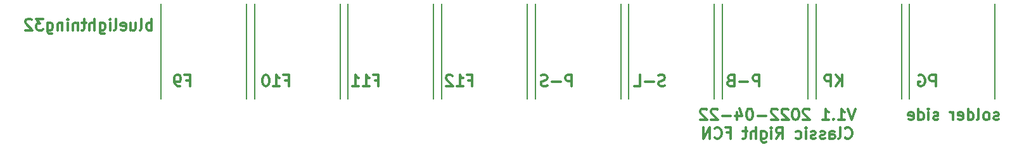
<source format=gbo>
%TF.GenerationSoftware,KiCad,Pcbnew,5.1.12-1.fc35*%
%TF.CreationDate,2022-04-23T06:03:32-07:00*%
%TF.ProjectId,right,72696768-742e-46b6-9963-61645f706362,v1.1*%
%TF.SameCoordinates,Original*%
%TF.FileFunction,Legend,Bot*%
%TF.FilePolarity,Positive*%
%FSLAX46Y46*%
G04 Gerber Fmt 4.6, Leading zero omitted, Abs format (unit mm)*
G04 Created by KiCad (PCBNEW 5.1.12-1.fc35) date 2022-04-23 06:03:32*
%MOMM*%
%LPD*%
G01*
G04 APERTURE LIST*
%ADD10C,0.300000*%
%ADD11C,0.150000*%
G04 APERTURE END LIST*
D10*
X103892857Y-93178571D02*
X103892857Y-91678571D01*
X103892857Y-92250000D02*
X103750000Y-92178571D01*
X103464285Y-92178571D01*
X103321428Y-92250000D01*
X103250000Y-92321428D01*
X103178571Y-92464285D01*
X103178571Y-92892857D01*
X103250000Y-93035714D01*
X103321428Y-93107142D01*
X103464285Y-93178571D01*
X103750000Y-93178571D01*
X103892857Y-93107142D01*
X102321428Y-93178571D02*
X102464285Y-93107142D01*
X102535714Y-92964285D01*
X102535714Y-91678571D01*
X101107142Y-92178571D02*
X101107142Y-93178571D01*
X101750000Y-92178571D02*
X101750000Y-92964285D01*
X101678571Y-93107142D01*
X101535714Y-93178571D01*
X101321428Y-93178571D01*
X101178571Y-93107142D01*
X101107142Y-93035714D01*
X99821428Y-93107142D02*
X99964285Y-93178571D01*
X100250000Y-93178571D01*
X100392857Y-93107142D01*
X100464285Y-92964285D01*
X100464285Y-92392857D01*
X100392857Y-92250000D01*
X100250000Y-92178571D01*
X99964285Y-92178571D01*
X99821428Y-92250000D01*
X99750000Y-92392857D01*
X99750000Y-92535714D01*
X100464285Y-92678571D01*
X98892857Y-93178571D02*
X99035714Y-93107142D01*
X99107142Y-92964285D01*
X99107142Y-91678571D01*
X98321428Y-93178571D02*
X98321428Y-92178571D01*
X98321428Y-91678571D02*
X98392857Y-91750000D01*
X98321428Y-91821428D01*
X98250000Y-91750000D01*
X98321428Y-91678571D01*
X98321428Y-91821428D01*
X96964285Y-92178571D02*
X96964285Y-93392857D01*
X97035714Y-93535714D01*
X97107142Y-93607142D01*
X97250000Y-93678571D01*
X97464285Y-93678571D01*
X97607142Y-93607142D01*
X96964285Y-93107142D02*
X97107142Y-93178571D01*
X97392857Y-93178571D01*
X97535714Y-93107142D01*
X97607142Y-93035714D01*
X97678571Y-92892857D01*
X97678571Y-92464285D01*
X97607142Y-92321428D01*
X97535714Y-92250000D01*
X97392857Y-92178571D01*
X97107142Y-92178571D01*
X96964285Y-92250000D01*
X96250000Y-93178571D02*
X96250000Y-91678571D01*
X95607142Y-93178571D02*
X95607142Y-92392857D01*
X95678571Y-92250000D01*
X95821428Y-92178571D01*
X96035714Y-92178571D01*
X96178571Y-92250000D01*
X96250000Y-92321428D01*
X95107142Y-92178571D02*
X94535714Y-92178571D01*
X94892857Y-91678571D02*
X94892857Y-92964285D01*
X94821428Y-93107142D01*
X94678571Y-93178571D01*
X94535714Y-93178571D01*
X94035714Y-92178571D02*
X94035714Y-93178571D01*
X94035714Y-92321428D02*
X93964285Y-92250000D01*
X93821428Y-92178571D01*
X93607142Y-92178571D01*
X93464285Y-92250000D01*
X93392857Y-92392857D01*
X93392857Y-93178571D01*
X92678571Y-93178571D02*
X92678571Y-92178571D01*
X92678571Y-91678571D02*
X92750000Y-91750000D01*
X92678571Y-91821428D01*
X92607142Y-91750000D01*
X92678571Y-91678571D01*
X92678571Y-91821428D01*
X91964285Y-92178571D02*
X91964285Y-93178571D01*
X91964285Y-92321428D02*
X91892857Y-92250000D01*
X91750000Y-92178571D01*
X91535714Y-92178571D01*
X91392857Y-92250000D01*
X91321428Y-92392857D01*
X91321428Y-93178571D01*
X89964285Y-92178571D02*
X89964285Y-93392857D01*
X90035714Y-93535714D01*
X90107142Y-93607142D01*
X90250000Y-93678571D01*
X90464285Y-93678571D01*
X90607142Y-93607142D01*
X89964285Y-93107142D02*
X90107142Y-93178571D01*
X90392857Y-93178571D01*
X90535714Y-93107142D01*
X90607142Y-93035714D01*
X90678571Y-92892857D01*
X90678571Y-92464285D01*
X90607142Y-92321428D01*
X90535714Y-92250000D01*
X90392857Y-92178571D01*
X90107142Y-92178571D01*
X89964285Y-92250000D01*
X89392857Y-91678571D02*
X88464285Y-91678571D01*
X88964285Y-92250000D01*
X88750000Y-92250000D01*
X88607142Y-92321428D01*
X88535714Y-92392857D01*
X88464285Y-92535714D01*
X88464285Y-92892857D01*
X88535714Y-93035714D01*
X88607142Y-93107142D01*
X88750000Y-93178571D01*
X89178571Y-93178571D01*
X89321428Y-93107142D01*
X89392857Y-93035714D01*
X87892857Y-91821428D02*
X87821428Y-91750000D01*
X87678571Y-91678571D01*
X87321428Y-91678571D01*
X87178571Y-91750000D01*
X87107142Y-91821428D01*
X87035714Y-91964285D01*
X87035714Y-92107142D01*
X87107142Y-92321428D01*
X87964285Y-93178571D01*
X87035714Y-93178571D01*
X197928571Y-103678571D02*
X197428571Y-105178571D01*
X196928571Y-103678571D01*
X195642857Y-105178571D02*
X196500000Y-105178571D01*
X196071428Y-105178571D02*
X196071428Y-103678571D01*
X196214285Y-103892857D01*
X196357142Y-104035714D01*
X196500000Y-104107142D01*
X195000000Y-105035714D02*
X194928571Y-105107142D01*
X195000000Y-105178571D01*
X195071428Y-105107142D01*
X195000000Y-105035714D01*
X195000000Y-105178571D01*
X193500000Y-105178571D02*
X194357142Y-105178571D01*
X193928571Y-105178571D02*
X193928571Y-103678571D01*
X194071428Y-103892857D01*
X194214285Y-104035714D01*
X194357142Y-104107142D01*
X191785714Y-103821428D02*
X191714285Y-103750000D01*
X191571428Y-103678571D01*
X191214285Y-103678571D01*
X191071428Y-103750000D01*
X191000000Y-103821428D01*
X190928571Y-103964285D01*
X190928571Y-104107142D01*
X191000000Y-104321428D01*
X191857142Y-105178571D01*
X190928571Y-105178571D01*
X190000000Y-103678571D02*
X189857142Y-103678571D01*
X189714285Y-103750000D01*
X189642857Y-103821428D01*
X189571428Y-103964285D01*
X189500000Y-104250000D01*
X189500000Y-104607142D01*
X189571428Y-104892857D01*
X189642857Y-105035714D01*
X189714285Y-105107142D01*
X189857142Y-105178571D01*
X190000000Y-105178571D01*
X190142857Y-105107142D01*
X190214285Y-105035714D01*
X190285714Y-104892857D01*
X190357142Y-104607142D01*
X190357142Y-104250000D01*
X190285714Y-103964285D01*
X190214285Y-103821428D01*
X190142857Y-103750000D01*
X190000000Y-103678571D01*
X188928571Y-103821428D02*
X188857142Y-103750000D01*
X188714285Y-103678571D01*
X188357142Y-103678571D01*
X188214285Y-103750000D01*
X188142857Y-103821428D01*
X188071428Y-103964285D01*
X188071428Y-104107142D01*
X188142857Y-104321428D01*
X189000000Y-105178571D01*
X188071428Y-105178571D01*
X187500000Y-103821428D02*
X187428571Y-103750000D01*
X187285714Y-103678571D01*
X186928571Y-103678571D01*
X186785714Y-103750000D01*
X186714285Y-103821428D01*
X186642857Y-103964285D01*
X186642857Y-104107142D01*
X186714285Y-104321428D01*
X187571428Y-105178571D01*
X186642857Y-105178571D01*
X186000000Y-104607142D02*
X184857142Y-104607142D01*
X183857142Y-103678571D02*
X183714285Y-103678571D01*
X183571428Y-103750000D01*
X183500000Y-103821428D01*
X183428571Y-103964285D01*
X183357142Y-104250000D01*
X183357142Y-104607142D01*
X183428571Y-104892857D01*
X183500000Y-105035714D01*
X183571428Y-105107142D01*
X183714285Y-105178571D01*
X183857142Y-105178571D01*
X184000000Y-105107142D01*
X184071428Y-105035714D01*
X184142857Y-104892857D01*
X184214285Y-104607142D01*
X184214285Y-104250000D01*
X184142857Y-103964285D01*
X184071428Y-103821428D01*
X184000000Y-103750000D01*
X183857142Y-103678571D01*
X182071428Y-104178571D02*
X182071428Y-105178571D01*
X182428571Y-103607142D02*
X182785714Y-104678571D01*
X181857142Y-104678571D01*
X181285714Y-104607142D02*
X180142857Y-104607142D01*
X179500000Y-103821428D02*
X179428571Y-103750000D01*
X179285714Y-103678571D01*
X178928571Y-103678571D01*
X178785714Y-103750000D01*
X178714285Y-103821428D01*
X178642857Y-103964285D01*
X178642857Y-104107142D01*
X178714285Y-104321428D01*
X179571428Y-105178571D01*
X178642857Y-105178571D01*
X178071428Y-103821428D02*
X178000000Y-103750000D01*
X177857142Y-103678571D01*
X177500000Y-103678571D01*
X177357142Y-103750000D01*
X177285714Y-103821428D01*
X177214285Y-103964285D01*
X177214285Y-104107142D01*
X177285714Y-104321428D01*
X178142857Y-105178571D01*
X177214285Y-105178571D01*
X217035714Y-105107142D02*
X216892857Y-105178571D01*
X216607142Y-105178571D01*
X216464285Y-105107142D01*
X216392857Y-104964285D01*
X216392857Y-104892857D01*
X216464285Y-104750000D01*
X216607142Y-104678571D01*
X216821428Y-104678571D01*
X216964285Y-104607142D01*
X217035714Y-104464285D01*
X217035714Y-104392857D01*
X216964285Y-104250000D01*
X216821428Y-104178571D01*
X216607142Y-104178571D01*
X216464285Y-104250000D01*
X215535714Y-105178571D02*
X215678571Y-105107142D01*
X215750000Y-105035714D01*
X215821428Y-104892857D01*
X215821428Y-104464285D01*
X215750000Y-104321428D01*
X215678571Y-104250000D01*
X215535714Y-104178571D01*
X215321428Y-104178571D01*
X215178571Y-104250000D01*
X215107142Y-104321428D01*
X215035714Y-104464285D01*
X215035714Y-104892857D01*
X215107142Y-105035714D01*
X215178571Y-105107142D01*
X215321428Y-105178571D01*
X215535714Y-105178571D01*
X214178571Y-105178571D02*
X214321428Y-105107142D01*
X214392857Y-104964285D01*
X214392857Y-103678571D01*
X212964285Y-105178571D02*
X212964285Y-103678571D01*
X212964285Y-105107142D02*
X213107142Y-105178571D01*
X213392857Y-105178571D01*
X213535714Y-105107142D01*
X213607142Y-105035714D01*
X213678571Y-104892857D01*
X213678571Y-104464285D01*
X213607142Y-104321428D01*
X213535714Y-104250000D01*
X213392857Y-104178571D01*
X213107142Y-104178571D01*
X212964285Y-104250000D01*
X211678571Y-105107142D02*
X211821428Y-105178571D01*
X212107142Y-105178571D01*
X212250000Y-105107142D01*
X212321428Y-104964285D01*
X212321428Y-104392857D01*
X212250000Y-104250000D01*
X212107142Y-104178571D01*
X211821428Y-104178571D01*
X211678571Y-104250000D01*
X211607142Y-104392857D01*
X211607142Y-104535714D01*
X212321428Y-104678571D01*
X210964285Y-105178571D02*
X210964285Y-104178571D01*
X210964285Y-104464285D02*
X210892857Y-104321428D01*
X210821428Y-104250000D01*
X210678571Y-104178571D01*
X210535714Y-104178571D01*
X208964285Y-105107142D02*
X208821428Y-105178571D01*
X208535714Y-105178571D01*
X208392857Y-105107142D01*
X208321428Y-104964285D01*
X208321428Y-104892857D01*
X208392857Y-104750000D01*
X208535714Y-104678571D01*
X208750000Y-104678571D01*
X208892857Y-104607142D01*
X208964285Y-104464285D01*
X208964285Y-104392857D01*
X208892857Y-104250000D01*
X208750000Y-104178571D01*
X208535714Y-104178571D01*
X208392857Y-104250000D01*
X207678571Y-105178571D02*
X207678571Y-104178571D01*
X207678571Y-103678571D02*
X207750000Y-103750000D01*
X207678571Y-103821428D01*
X207607142Y-103750000D01*
X207678571Y-103678571D01*
X207678571Y-103821428D01*
X206321428Y-105178571D02*
X206321428Y-103678571D01*
X206321428Y-105107142D02*
X206464285Y-105178571D01*
X206750000Y-105178571D01*
X206892857Y-105107142D01*
X206964285Y-105035714D01*
X207035714Y-104892857D01*
X207035714Y-104464285D01*
X206964285Y-104321428D01*
X206892857Y-104250000D01*
X206750000Y-104178571D01*
X206464285Y-104178571D01*
X206321428Y-104250000D01*
X205035714Y-105107142D02*
X205178571Y-105178571D01*
X205464285Y-105178571D01*
X205607142Y-105107142D01*
X205678571Y-104964285D01*
X205678571Y-104392857D01*
X205607142Y-104250000D01*
X205464285Y-104178571D01*
X205178571Y-104178571D01*
X205035714Y-104250000D01*
X204964285Y-104392857D01*
X204964285Y-104535714D01*
X205678571Y-104678571D01*
X196535714Y-107535714D02*
X196607142Y-107607142D01*
X196821428Y-107678571D01*
X196964285Y-107678571D01*
X197178571Y-107607142D01*
X197321428Y-107464285D01*
X197392857Y-107321428D01*
X197464285Y-107035714D01*
X197464285Y-106821428D01*
X197392857Y-106535714D01*
X197321428Y-106392857D01*
X197178571Y-106250000D01*
X196964285Y-106178571D01*
X196821428Y-106178571D01*
X196607142Y-106250000D01*
X196535714Y-106321428D01*
X195678571Y-107678571D02*
X195821428Y-107607142D01*
X195892857Y-107464285D01*
X195892857Y-106178571D01*
X194464285Y-107678571D02*
X194464285Y-106892857D01*
X194535714Y-106750000D01*
X194678571Y-106678571D01*
X194964285Y-106678571D01*
X195107142Y-106750000D01*
X194464285Y-107607142D02*
X194607142Y-107678571D01*
X194964285Y-107678571D01*
X195107142Y-107607142D01*
X195178571Y-107464285D01*
X195178571Y-107321428D01*
X195107142Y-107178571D01*
X194964285Y-107107142D01*
X194607142Y-107107142D01*
X194464285Y-107035714D01*
X193821428Y-107607142D02*
X193678571Y-107678571D01*
X193392857Y-107678571D01*
X193250000Y-107607142D01*
X193178571Y-107464285D01*
X193178571Y-107392857D01*
X193250000Y-107250000D01*
X193392857Y-107178571D01*
X193607142Y-107178571D01*
X193750000Y-107107142D01*
X193821428Y-106964285D01*
X193821428Y-106892857D01*
X193750000Y-106750000D01*
X193607142Y-106678571D01*
X193392857Y-106678571D01*
X193250000Y-106750000D01*
X192607142Y-107607142D02*
X192464285Y-107678571D01*
X192178571Y-107678571D01*
X192035714Y-107607142D01*
X191964285Y-107464285D01*
X191964285Y-107392857D01*
X192035714Y-107250000D01*
X192178571Y-107178571D01*
X192392857Y-107178571D01*
X192535714Y-107107142D01*
X192607142Y-106964285D01*
X192607142Y-106892857D01*
X192535714Y-106750000D01*
X192392857Y-106678571D01*
X192178571Y-106678571D01*
X192035714Y-106750000D01*
X191321428Y-107678571D02*
X191321428Y-106678571D01*
X191321428Y-106178571D02*
X191392857Y-106250000D01*
X191321428Y-106321428D01*
X191250000Y-106250000D01*
X191321428Y-106178571D01*
X191321428Y-106321428D01*
X189964285Y-107607142D02*
X190107142Y-107678571D01*
X190392857Y-107678571D01*
X190535714Y-107607142D01*
X190607142Y-107535714D01*
X190678571Y-107392857D01*
X190678571Y-106964285D01*
X190607142Y-106821428D01*
X190535714Y-106750000D01*
X190392857Y-106678571D01*
X190107142Y-106678571D01*
X189964285Y-106750000D01*
X187321428Y-107678571D02*
X187821428Y-106964285D01*
X188178571Y-107678571D02*
X188178571Y-106178571D01*
X187607142Y-106178571D01*
X187464285Y-106250000D01*
X187392857Y-106321428D01*
X187321428Y-106464285D01*
X187321428Y-106678571D01*
X187392857Y-106821428D01*
X187464285Y-106892857D01*
X187607142Y-106964285D01*
X188178571Y-106964285D01*
X186678571Y-107678571D02*
X186678571Y-106678571D01*
X186678571Y-106178571D02*
X186750000Y-106250000D01*
X186678571Y-106321428D01*
X186607142Y-106250000D01*
X186678571Y-106178571D01*
X186678571Y-106321428D01*
X185321428Y-106678571D02*
X185321428Y-107892857D01*
X185392857Y-108035714D01*
X185464285Y-108107142D01*
X185607142Y-108178571D01*
X185821428Y-108178571D01*
X185964285Y-108107142D01*
X185321428Y-107607142D02*
X185464285Y-107678571D01*
X185750000Y-107678571D01*
X185892857Y-107607142D01*
X185964285Y-107535714D01*
X186035714Y-107392857D01*
X186035714Y-106964285D01*
X185964285Y-106821428D01*
X185892857Y-106750000D01*
X185750000Y-106678571D01*
X185464285Y-106678571D01*
X185321428Y-106750000D01*
X184607142Y-107678571D02*
X184607142Y-106178571D01*
X183964285Y-107678571D02*
X183964285Y-106892857D01*
X184035714Y-106750000D01*
X184178571Y-106678571D01*
X184392857Y-106678571D01*
X184535714Y-106750000D01*
X184607142Y-106821428D01*
X183464285Y-106678571D02*
X182892857Y-106678571D01*
X183250000Y-106178571D02*
X183250000Y-107464285D01*
X183178571Y-107607142D01*
X183035714Y-107678571D01*
X182892857Y-107678571D01*
X180750000Y-106892857D02*
X181250000Y-106892857D01*
X181250000Y-107678571D02*
X181250000Y-106178571D01*
X180535714Y-106178571D01*
X179107142Y-107535714D02*
X179178571Y-107607142D01*
X179392857Y-107678571D01*
X179535714Y-107678571D01*
X179750000Y-107607142D01*
X179892857Y-107464285D01*
X179964285Y-107321428D01*
X180035714Y-107035714D01*
X180035714Y-106821428D01*
X179964285Y-106535714D01*
X179892857Y-106392857D01*
X179750000Y-106250000D01*
X179535714Y-106178571D01*
X179392857Y-106178571D01*
X179178571Y-106250000D01*
X179107142Y-106321428D01*
X178464285Y-107678571D02*
X178464285Y-106178571D01*
X177607142Y-107678571D01*
X177607142Y-106178571D01*
X185071428Y-100678571D02*
X185071428Y-99178571D01*
X184500000Y-99178571D01*
X184357142Y-99250000D01*
X184285714Y-99321428D01*
X184214285Y-99464285D01*
X184214285Y-99678571D01*
X184285714Y-99821428D01*
X184357142Y-99892857D01*
X184500000Y-99964285D01*
X185071428Y-99964285D01*
X183571428Y-100107142D02*
X182428571Y-100107142D01*
X181214285Y-99892857D02*
X181000000Y-99964285D01*
X180928571Y-100035714D01*
X180857142Y-100178571D01*
X180857142Y-100392857D01*
X180928571Y-100535714D01*
X181000000Y-100607142D01*
X181142857Y-100678571D01*
X181714285Y-100678571D01*
X181714285Y-99178571D01*
X181214285Y-99178571D01*
X181071428Y-99250000D01*
X181000000Y-99321428D01*
X180928571Y-99464285D01*
X180928571Y-99607142D01*
X181000000Y-99750000D01*
X181071428Y-99821428D01*
X181214285Y-99892857D01*
X181714285Y-99892857D01*
X108500000Y-99892857D02*
X109000000Y-99892857D01*
X109000000Y-100678571D02*
X109000000Y-99178571D01*
X108285714Y-99178571D01*
X107642857Y-100678571D02*
X107357142Y-100678571D01*
X107214285Y-100607142D01*
X107142857Y-100535714D01*
X107000000Y-100321428D01*
X106928571Y-100035714D01*
X106928571Y-99464285D01*
X107000000Y-99321428D01*
X107071428Y-99250000D01*
X107214285Y-99178571D01*
X107500000Y-99178571D01*
X107642857Y-99250000D01*
X107714285Y-99321428D01*
X107785714Y-99464285D01*
X107785714Y-99821428D01*
X107714285Y-99964285D01*
X107642857Y-100035714D01*
X107500000Y-100107142D01*
X107214285Y-100107142D01*
X107071428Y-100035714D01*
X107000000Y-99964285D01*
X106928571Y-99821428D01*
X121714285Y-99892857D02*
X122214285Y-99892857D01*
X122214285Y-100678571D02*
X122214285Y-99178571D01*
X121500000Y-99178571D01*
X120142857Y-100678571D02*
X121000000Y-100678571D01*
X120571428Y-100678571D02*
X120571428Y-99178571D01*
X120714285Y-99392857D01*
X120857142Y-99535714D01*
X121000000Y-99607142D01*
X119214285Y-99178571D02*
X119071428Y-99178571D01*
X118928571Y-99250000D01*
X118857142Y-99321428D01*
X118785714Y-99464285D01*
X118714285Y-99750000D01*
X118714285Y-100107142D01*
X118785714Y-100392857D01*
X118857142Y-100535714D01*
X118928571Y-100607142D01*
X119071428Y-100678571D01*
X119214285Y-100678571D01*
X119357142Y-100607142D01*
X119428571Y-100535714D01*
X119500000Y-100392857D01*
X119571428Y-100107142D01*
X119571428Y-99750000D01*
X119500000Y-99464285D01*
X119428571Y-99321428D01*
X119357142Y-99250000D01*
X119214285Y-99178571D01*
X133714285Y-99892857D02*
X134214285Y-99892857D01*
X134214285Y-100678571D02*
X134214285Y-99178571D01*
X133500000Y-99178571D01*
X132142857Y-100678571D02*
X133000000Y-100678571D01*
X132571428Y-100678571D02*
X132571428Y-99178571D01*
X132714285Y-99392857D01*
X132857142Y-99535714D01*
X133000000Y-99607142D01*
X130714285Y-100678571D02*
X131571428Y-100678571D01*
X131142857Y-100678571D02*
X131142857Y-99178571D01*
X131285714Y-99392857D01*
X131428571Y-99535714D01*
X131571428Y-99607142D01*
X146214285Y-99892857D02*
X146714285Y-99892857D01*
X146714285Y-100678571D02*
X146714285Y-99178571D01*
X146000000Y-99178571D01*
X144642857Y-100678571D02*
X145500000Y-100678571D01*
X145071428Y-100678571D02*
X145071428Y-99178571D01*
X145214285Y-99392857D01*
X145357142Y-99535714D01*
X145500000Y-99607142D01*
X144071428Y-99321428D02*
X144000000Y-99250000D01*
X143857142Y-99178571D01*
X143500000Y-99178571D01*
X143357142Y-99250000D01*
X143285714Y-99321428D01*
X143214285Y-99464285D01*
X143214285Y-99607142D01*
X143285714Y-99821428D01*
X144142857Y-100678571D01*
X143214285Y-100678571D01*
X160035714Y-100678571D02*
X160035714Y-99178571D01*
X159464285Y-99178571D01*
X159321428Y-99250000D01*
X159250000Y-99321428D01*
X159178571Y-99464285D01*
X159178571Y-99678571D01*
X159250000Y-99821428D01*
X159321428Y-99892857D01*
X159464285Y-99964285D01*
X160035714Y-99964285D01*
X158535714Y-100107142D02*
X157392857Y-100107142D01*
X156750000Y-100607142D02*
X156535714Y-100678571D01*
X156178571Y-100678571D01*
X156035714Y-100607142D01*
X155964285Y-100535714D01*
X155892857Y-100392857D01*
X155892857Y-100250000D01*
X155964285Y-100107142D01*
X156035714Y-100035714D01*
X156178571Y-99964285D01*
X156464285Y-99892857D01*
X156607142Y-99821428D01*
X156678571Y-99750000D01*
X156750000Y-99607142D01*
X156750000Y-99464285D01*
X156678571Y-99321428D01*
X156607142Y-99250000D01*
X156464285Y-99178571D01*
X156107142Y-99178571D01*
X155892857Y-99250000D01*
X172464285Y-100607142D02*
X172250000Y-100678571D01*
X171892857Y-100678571D01*
X171750000Y-100607142D01*
X171678571Y-100535714D01*
X171607142Y-100392857D01*
X171607142Y-100250000D01*
X171678571Y-100107142D01*
X171750000Y-100035714D01*
X171892857Y-99964285D01*
X172178571Y-99892857D01*
X172321428Y-99821428D01*
X172392857Y-99750000D01*
X172464285Y-99607142D01*
X172464285Y-99464285D01*
X172392857Y-99321428D01*
X172321428Y-99250000D01*
X172178571Y-99178571D01*
X171821428Y-99178571D01*
X171607142Y-99250000D01*
X170964285Y-100107142D02*
X169821428Y-100107142D01*
X168392857Y-100678571D02*
X169107142Y-100678571D01*
X169107142Y-99178571D01*
X196142857Y-100678571D02*
X196142857Y-99178571D01*
X195285714Y-100678571D02*
X195928571Y-99821428D01*
X195285714Y-99178571D02*
X196142857Y-100035714D01*
X194642857Y-100678571D02*
X194642857Y-99178571D01*
X194071428Y-99178571D01*
X193928571Y-99250000D01*
X193857142Y-99321428D01*
X193785714Y-99464285D01*
X193785714Y-99678571D01*
X193857142Y-99821428D01*
X193928571Y-99892857D01*
X194071428Y-99964285D01*
X194642857Y-99964285D01*
X208642857Y-100678571D02*
X208642857Y-99178571D01*
X208071428Y-99178571D01*
X207928571Y-99250000D01*
X207857142Y-99321428D01*
X207785714Y-99464285D01*
X207785714Y-99678571D01*
X207857142Y-99821428D01*
X207928571Y-99892857D01*
X208071428Y-99964285D01*
X208642857Y-99964285D01*
X206357142Y-99250000D02*
X206500000Y-99178571D01*
X206714285Y-99178571D01*
X206928571Y-99250000D01*
X207071428Y-99392857D01*
X207142857Y-99535714D01*
X207214285Y-99821428D01*
X207214285Y-100035714D01*
X207142857Y-100321428D01*
X207071428Y-100464285D01*
X206928571Y-100607142D01*
X206714285Y-100678571D01*
X206571428Y-100678571D01*
X206357142Y-100607142D01*
X206285714Y-100535714D01*
X206285714Y-100035714D01*
X206571428Y-100035714D01*
D11*
%TO.C,F11*%
X130150000Y-89650000D02*
X130150000Y-102350000D01*
X141580000Y-89650000D02*
X141580000Y-102350000D01*
%TO.C,F9*%
X105150000Y-89650000D02*
X105150000Y-102350000D01*
X116580000Y-89650000D02*
X116580000Y-102350000D01*
%TO.C,F10*%
X117650000Y-89650000D02*
X117650000Y-102350000D01*
X129080000Y-89650000D02*
X129080000Y-102350000D01*
%TO.C,F12*%
X142650000Y-89650000D02*
X142650000Y-102350000D01*
X154080000Y-89650000D02*
X154080000Y-102350000D01*
%TO.C,P-S1*%
X155150000Y-89650000D02*
X155150000Y-102350000D01*
X166580000Y-89650000D02*
X166580000Y-102350000D01*
%TO.C,S-L1*%
X167650000Y-89650000D02*
X167650000Y-102350000D01*
X179080000Y-89650000D02*
X179080000Y-102350000D01*
%TO.C,P-B1*%
X180150000Y-89650000D02*
X180150000Y-102350000D01*
X191580000Y-89650000D02*
X191580000Y-102350000D01*
%TO.C,KP1*%
X192650000Y-89650000D02*
X192650000Y-102350000D01*
X204080000Y-89650000D02*
X204080000Y-102350000D01*
%TO.C,PG1*%
X205150000Y-89650000D02*
X205150000Y-102350000D01*
X216580000Y-89650000D02*
X216580000Y-102350000D01*
%TD*%
M02*

</source>
